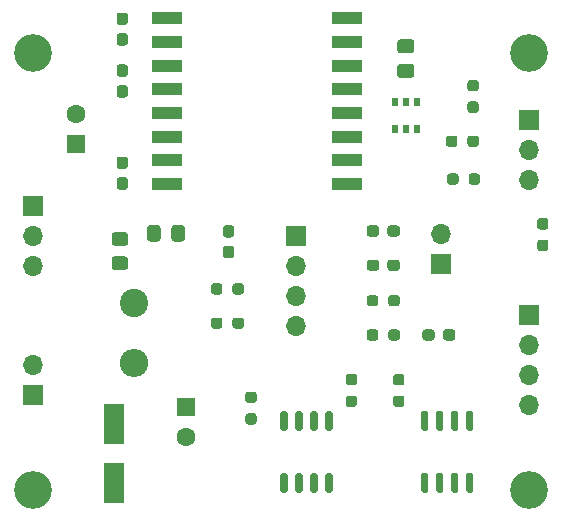
<source format=gbr>
G04 #@! TF.GenerationSoftware,KiCad,Pcbnew,(5.1.12)-1*
G04 #@! TF.CreationDate,2022-11-12T20:16:50+02:00*
G04 #@! TF.ProjectId,MagicLightsPCBNeo,4d616769-634c-4696-9768-74735043424e,rev?*
G04 #@! TF.SameCoordinates,Original*
G04 #@! TF.FileFunction,Soldermask,Top*
G04 #@! TF.FilePolarity,Negative*
%FSLAX46Y46*%
G04 Gerber Fmt 4.6, Leading zero omitted, Abs format (unit mm)*
G04 Created by KiCad (PCBNEW (5.1.12)-1) date 2022-11-12 20:16:50*
%MOMM*%
%LPD*%
G01*
G04 APERTURE LIST*
%ADD10R,1.700000X1.700000*%
%ADD11O,1.700000X1.700000*%
%ADD12R,2.500000X1.000000*%
%ADD13C,3.200000*%
%ADD14O,2.400000X2.400000*%
%ADD15C,2.400000*%
%ADD16R,1.600000X1.600000*%
%ADD17C,1.600000*%
%ADD18R,1.800000X3.500000*%
%ADD19R,0.510000X0.700000*%
G04 APERTURE END LIST*
G36*
G01*
X44900000Y-65662500D02*
X44900000Y-66137500D01*
G75*
G02*
X44662500Y-66375000I-237500J0D01*
G01*
X44162500Y-66375000D01*
G75*
G02*
X43925000Y-66137500I0J237500D01*
G01*
X43925000Y-65662500D01*
G75*
G02*
X44162500Y-65425000I237500J0D01*
G01*
X44662500Y-65425000D01*
G75*
G02*
X44900000Y-65662500I0J-237500D01*
G01*
G37*
G36*
G01*
X43075000Y-65662500D02*
X43075000Y-66137500D01*
G75*
G02*
X42837500Y-66375000I-237500J0D01*
G01*
X42337500Y-66375000D01*
G75*
G02*
X42100000Y-66137500I0J237500D01*
G01*
X42100000Y-65662500D01*
G75*
G02*
X42337500Y-65425000I237500J0D01*
G01*
X42837500Y-65425000D01*
G75*
G02*
X43075000Y-65662500I0J-237500D01*
G01*
G37*
G36*
G01*
X37850000Y-57849999D02*
X37850000Y-58750001D01*
G75*
G02*
X37600001Y-59000000I-249999J0D01*
G01*
X36949999Y-59000000D01*
G75*
G02*
X36700000Y-58750001I0J249999D01*
G01*
X36700000Y-57849999D01*
G75*
G02*
X36949999Y-57600000I249999J0D01*
G01*
X37600001Y-57600000D01*
G75*
G02*
X37850000Y-57849999I0J-249999D01*
G01*
G37*
G36*
G01*
X39900000Y-57849999D02*
X39900000Y-58750001D01*
G75*
G02*
X39650001Y-59000000I-249999J0D01*
G01*
X38999999Y-59000000D01*
G75*
G02*
X38750000Y-58750001I0J249999D01*
G01*
X38750000Y-57849999D01*
G75*
G02*
X38999999Y-57600000I249999J0D01*
G01*
X39650001Y-57600000D01*
G75*
G02*
X39900000Y-57849999I0J-249999D01*
G01*
G37*
G36*
G01*
X34837500Y-42400000D02*
X34362500Y-42400000D01*
G75*
G02*
X34125000Y-42162500I0J237500D01*
G01*
X34125000Y-41587500D01*
G75*
G02*
X34362500Y-41350000I237500J0D01*
G01*
X34837500Y-41350000D01*
G75*
G02*
X35075000Y-41587500I0J-237500D01*
G01*
X35075000Y-42162500D01*
G75*
G02*
X34837500Y-42400000I-237500J0D01*
G01*
G37*
G36*
G01*
X34837500Y-40650000D02*
X34362500Y-40650000D01*
G75*
G02*
X34125000Y-40412500I0J237500D01*
G01*
X34125000Y-39837500D01*
G75*
G02*
X34362500Y-39600000I237500J0D01*
G01*
X34837500Y-39600000D01*
G75*
G02*
X35075000Y-39837500I0J-237500D01*
G01*
X35075000Y-40412500D01*
G75*
G02*
X34837500Y-40650000I-237500J0D01*
G01*
G37*
D10*
X49300000Y-58500000D03*
D11*
X49300000Y-61040000D03*
X49300000Y-63580000D03*
X49300000Y-66120000D03*
G36*
G01*
X62800000Y-66662500D02*
X62800000Y-67137500D01*
G75*
G02*
X62562500Y-67375000I-237500J0D01*
G01*
X61987500Y-67375000D01*
G75*
G02*
X61750000Y-67137500I0J237500D01*
G01*
X61750000Y-66662500D01*
G75*
G02*
X61987500Y-66425000I237500J0D01*
G01*
X62562500Y-66425000D01*
G75*
G02*
X62800000Y-66662500I0J-237500D01*
G01*
G37*
G36*
G01*
X61050000Y-66662500D02*
X61050000Y-67137500D01*
G75*
G02*
X60812500Y-67375000I-237500J0D01*
G01*
X60237500Y-67375000D01*
G75*
G02*
X60000000Y-67137500I0J237500D01*
G01*
X60000000Y-66662500D01*
G75*
G02*
X60237500Y-66425000I237500J0D01*
G01*
X60812500Y-66425000D01*
G75*
G02*
X61050000Y-66662500I0J-237500D01*
G01*
G37*
G36*
G01*
X34850001Y-61400000D02*
X33949999Y-61400000D01*
G75*
G02*
X33700000Y-61150001I0J249999D01*
G01*
X33700000Y-60499999D01*
G75*
G02*
X33949999Y-60250000I249999J0D01*
G01*
X34850001Y-60250000D01*
G75*
G02*
X35100000Y-60499999I0J-249999D01*
G01*
X35100000Y-61150001D01*
G75*
G02*
X34850001Y-61400000I-249999J0D01*
G01*
G37*
G36*
G01*
X34850001Y-59350000D02*
X33949999Y-59350000D01*
G75*
G02*
X33700000Y-59100001I0J249999D01*
G01*
X33700000Y-58449999D01*
G75*
G02*
X33949999Y-58200000I249999J0D01*
G01*
X34850001Y-58200000D01*
G75*
G02*
X35100000Y-58449999I0J-249999D01*
G01*
X35100000Y-59100001D01*
G75*
G02*
X34850001Y-59350000I-249999J0D01*
G01*
G37*
D10*
X69000000Y-48700000D03*
D11*
X69000000Y-51240000D03*
X69000000Y-53780000D03*
D12*
X53600000Y-40100000D03*
X53600000Y-42100000D03*
X53600000Y-44100000D03*
X53600000Y-46100000D03*
X53600000Y-48100000D03*
X53600000Y-50100000D03*
X53600000Y-52100000D03*
X53600000Y-54100000D03*
X38400000Y-54100000D03*
X38400000Y-52100000D03*
X38400000Y-50100000D03*
X38400000Y-48100000D03*
X38400000Y-46100000D03*
X38400000Y-44100000D03*
X38400000Y-42100000D03*
X38400000Y-40100000D03*
D13*
X69000000Y-43000000D03*
D14*
X35600000Y-69280000D03*
D15*
X35600000Y-64200000D03*
G36*
G01*
X55300000Y-58337500D02*
X55300000Y-57862500D01*
G75*
G02*
X55537500Y-57625000I237500J0D01*
G01*
X56112500Y-57625000D01*
G75*
G02*
X56350000Y-57862500I0J-237500D01*
G01*
X56350000Y-58337500D01*
G75*
G02*
X56112500Y-58575000I-237500J0D01*
G01*
X55537500Y-58575000D01*
G75*
G02*
X55300000Y-58337500I0J237500D01*
G01*
G37*
G36*
G01*
X57050000Y-58337500D02*
X57050000Y-57862500D01*
G75*
G02*
X57287500Y-57625000I237500J0D01*
G01*
X57862500Y-57625000D01*
G75*
G02*
X58100000Y-57862500I0J-237500D01*
G01*
X58100000Y-58337500D01*
G75*
G02*
X57862500Y-58575000I-237500J0D01*
G01*
X57287500Y-58575000D01*
G75*
G02*
X57050000Y-58337500I0J237500D01*
G01*
G37*
G36*
G01*
X57050000Y-61237500D02*
X57050000Y-60762500D01*
G75*
G02*
X57287500Y-60525000I237500J0D01*
G01*
X57862500Y-60525000D01*
G75*
G02*
X58100000Y-60762500I0J-237500D01*
G01*
X58100000Y-61237500D01*
G75*
G02*
X57862500Y-61475000I-237500J0D01*
G01*
X57287500Y-61475000D01*
G75*
G02*
X57050000Y-61237500I0J237500D01*
G01*
G37*
G36*
G01*
X55300000Y-61237500D02*
X55300000Y-60762500D01*
G75*
G02*
X55537500Y-60525000I237500J0D01*
G01*
X56112500Y-60525000D01*
G75*
G02*
X56350000Y-60762500I0J-237500D01*
G01*
X56350000Y-61237500D01*
G75*
G02*
X56112500Y-61475000I-237500J0D01*
G01*
X55537500Y-61475000D01*
G75*
G02*
X55300000Y-61237500I0J237500D01*
G01*
G37*
D13*
X27000000Y-80000000D03*
X69000000Y-80000000D03*
X27000000Y-43000000D03*
D16*
X30700000Y-50700000D03*
D17*
X30700000Y-48200000D03*
X40000000Y-75500000D03*
D16*
X40000000Y-73000000D03*
D11*
X27000000Y-61080000D03*
X27000000Y-58540000D03*
D10*
X27000000Y-56000000D03*
X27000000Y-72000000D03*
D11*
X27000000Y-69460000D03*
G36*
G01*
X34362500Y-45750000D02*
X34837500Y-45750000D01*
G75*
G02*
X35075000Y-45987500I0J-237500D01*
G01*
X35075000Y-46562500D01*
G75*
G02*
X34837500Y-46800000I-237500J0D01*
G01*
X34362500Y-46800000D01*
G75*
G02*
X34125000Y-46562500I0J237500D01*
G01*
X34125000Y-45987500D01*
G75*
G02*
X34362500Y-45750000I237500J0D01*
G01*
G37*
G36*
G01*
X34362500Y-44000000D02*
X34837500Y-44000000D01*
G75*
G02*
X35075000Y-44237500I0J-237500D01*
G01*
X35075000Y-44812500D01*
G75*
G02*
X34837500Y-45050000I-237500J0D01*
G01*
X34362500Y-45050000D01*
G75*
G02*
X34125000Y-44812500I0J237500D01*
G01*
X34125000Y-44237500D01*
G75*
G02*
X34362500Y-44000000I237500J0D01*
G01*
G37*
G36*
G01*
X34837500Y-52850000D02*
X34362500Y-52850000D01*
G75*
G02*
X34125000Y-52612500I0J237500D01*
G01*
X34125000Y-52037500D01*
G75*
G02*
X34362500Y-51800000I237500J0D01*
G01*
X34837500Y-51800000D01*
G75*
G02*
X35075000Y-52037500I0J-237500D01*
G01*
X35075000Y-52612500D01*
G75*
G02*
X34837500Y-52850000I-237500J0D01*
G01*
G37*
G36*
G01*
X34837500Y-54600000D02*
X34362500Y-54600000D01*
G75*
G02*
X34125000Y-54362500I0J237500D01*
G01*
X34125000Y-53787500D01*
G75*
G02*
X34362500Y-53550000I237500J0D01*
G01*
X34837500Y-53550000D01*
G75*
G02*
X35075000Y-53787500I0J-237500D01*
G01*
X35075000Y-54362500D01*
G75*
G02*
X34837500Y-54600000I-237500J0D01*
G01*
G37*
D18*
X33900000Y-79400000D03*
X33900000Y-74400000D03*
G36*
G01*
X59075000Y-45125000D02*
X58125000Y-45125000D01*
G75*
G02*
X57875000Y-44875000I0J250000D01*
G01*
X57875000Y-44200000D01*
G75*
G02*
X58125000Y-43950000I250000J0D01*
G01*
X59075000Y-43950000D01*
G75*
G02*
X59325000Y-44200000I0J-250000D01*
G01*
X59325000Y-44875000D01*
G75*
G02*
X59075000Y-45125000I-250000J0D01*
G01*
G37*
G36*
G01*
X59075000Y-43050000D02*
X58125000Y-43050000D01*
G75*
G02*
X57875000Y-42800000I0J250000D01*
G01*
X57875000Y-42125000D01*
G75*
G02*
X58125000Y-41875000I250000J0D01*
G01*
X59075000Y-41875000D01*
G75*
G02*
X59325000Y-42125000I0J-250000D01*
G01*
X59325000Y-42800000D01*
G75*
G02*
X59075000Y-43050000I-250000J0D01*
G01*
G37*
G36*
G01*
X43362500Y-57600000D02*
X43837500Y-57600000D01*
G75*
G02*
X44075000Y-57837500I0J-237500D01*
G01*
X44075000Y-58412500D01*
G75*
G02*
X43837500Y-58650000I-237500J0D01*
G01*
X43362500Y-58650000D01*
G75*
G02*
X43125000Y-58412500I0J237500D01*
G01*
X43125000Y-57837500D01*
G75*
G02*
X43362500Y-57600000I237500J0D01*
G01*
G37*
G36*
G01*
X43362500Y-59350000D02*
X43837500Y-59350000D01*
G75*
G02*
X44075000Y-59587500I0J-237500D01*
G01*
X44075000Y-60162500D01*
G75*
G02*
X43837500Y-60400000I-237500J0D01*
G01*
X43362500Y-60400000D01*
G75*
G02*
X43125000Y-60162500I0J237500D01*
G01*
X43125000Y-59587500D01*
G75*
G02*
X43362500Y-59350000I237500J0D01*
G01*
G37*
D10*
X61600000Y-60900000D03*
D11*
X61600000Y-58360000D03*
G36*
G01*
X44900000Y-62762500D02*
X44900000Y-63237500D01*
G75*
G02*
X44662500Y-63475000I-237500J0D01*
G01*
X44162500Y-63475000D01*
G75*
G02*
X43925000Y-63237500I0J237500D01*
G01*
X43925000Y-62762500D01*
G75*
G02*
X44162500Y-62525000I237500J0D01*
G01*
X44662500Y-62525000D01*
G75*
G02*
X44900000Y-62762500I0J-237500D01*
G01*
G37*
G36*
G01*
X43075000Y-62762500D02*
X43075000Y-63237500D01*
G75*
G02*
X42837500Y-63475000I-237500J0D01*
G01*
X42337500Y-63475000D01*
G75*
G02*
X42100000Y-63237500I0J237500D01*
G01*
X42100000Y-62762500D01*
G75*
G02*
X42337500Y-62525000I237500J0D01*
G01*
X42837500Y-62525000D01*
G75*
G02*
X43075000Y-62762500I0J-237500D01*
G01*
G37*
G36*
G01*
X62100000Y-53937500D02*
X62100000Y-53462500D01*
G75*
G02*
X62337500Y-53225000I237500J0D01*
G01*
X62837500Y-53225000D01*
G75*
G02*
X63075000Y-53462500I0J-237500D01*
G01*
X63075000Y-53937500D01*
G75*
G02*
X62837500Y-54175000I-237500J0D01*
G01*
X62337500Y-54175000D01*
G75*
G02*
X62100000Y-53937500I0J237500D01*
G01*
G37*
G36*
G01*
X63925000Y-53937500D02*
X63925000Y-53462500D01*
G75*
G02*
X64162500Y-53225000I237500J0D01*
G01*
X64662500Y-53225000D01*
G75*
G02*
X64900000Y-53462500I0J-237500D01*
G01*
X64900000Y-53937500D01*
G75*
G02*
X64662500Y-54175000I-237500J0D01*
G01*
X64162500Y-54175000D01*
G75*
G02*
X63925000Y-53937500I0J237500D01*
G01*
G37*
G36*
G01*
X63825000Y-50737500D02*
X63825000Y-50262500D01*
G75*
G02*
X64062500Y-50025000I237500J0D01*
G01*
X64562500Y-50025000D01*
G75*
G02*
X64800000Y-50262500I0J-237500D01*
G01*
X64800000Y-50737500D01*
G75*
G02*
X64562500Y-50975000I-237500J0D01*
G01*
X64062500Y-50975000D01*
G75*
G02*
X63825000Y-50737500I0J237500D01*
G01*
G37*
G36*
G01*
X62000000Y-50737500D02*
X62000000Y-50262500D01*
G75*
G02*
X62237500Y-50025000I237500J0D01*
G01*
X62737500Y-50025000D01*
G75*
G02*
X62975000Y-50262500I0J-237500D01*
G01*
X62975000Y-50737500D01*
G75*
G02*
X62737500Y-50975000I-237500J0D01*
G01*
X62237500Y-50975000D01*
G75*
G02*
X62000000Y-50737500I0J237500D01*
G01*
G37*
G36*
G01*
X70437500Y-59800000D02*
X69962500Y-59800000D01*
G75*
G02*
X69725000Y-59562500I0J237500D01*
G01*
X69725000Y-59062500D01*
G75*
G02*
X69962500Y-58825000I237500J0D01*
G01*
X70437500Y-58825000D01*
G75*
G02*
X70675000Y-59062500I0J-237500D01*
G01*
X70675000Y-59562500D01*
G75*
G02*
X70437500Y-59800000I-237500J0D01*
G01*
G37*
G36*
G01*
X70437500Y-57975000D02*
X69962500Y-57975000D01*
G75*
G02*
X69725000Y-57737500I0J237500D01*
G01*
X69725000Y-57237500D01*
G75*
G02*
X69962500Y-57000000I237500J0D01*
G01*
X70437500Y-57000000D01*
G75*
G02*
X70675000Y-57237500I0J-237500D01*
G01*
X70675000Y-57737500D01*
G75*
G02*
X70437500Y-57975000I-237500J0D01*
G01*
G37*
G36*
G01*
X64062500Y-47125000D02*
X64537500Y-47125000D01*
G75*
G02*
X64775000Y-47362500I0J-237500D01*
G01*
X64775000Y-47862500D01*
G75*
G02*
X64537500Y-48100000I-237500J0D01*
G01*
X64062500Y-48100000D01*
G75*
G02*
X63825000Y-47862500I0J237500D01*
G01*
X63825000Y-47362500D01*
G75*
G02*
X64062500Y-47125000I237500J0D01*
G01*
G37*
G36*
G01*
X64062500Y-45300000D02*
X64537500Y-45300000D01*
G75*
G02*
X64775000Y-45537500I0J-237500D01*
G01*
X64775000Y-46037500D01*
G75*
G02*
X64537500Y-46275000I-237500J0D01*
G01*
X64062500Y-46275000D01*
G75*
G02*
X63825000Y-46037500I0J237500D01*
G01*
X63825000Y-45537500D01*
G75*
G02*
X64062500Y-45300000I237500J0D01*
G01*
G37*
D19*
X57650000Y-49460000D03*
X58600000Y-49460000D03*
X59550000Y-49460000D03*
X59550000Y-47140000D03*
X58600000Y-47140000D03*
X57650000Y-47140000D03*
G36*
G01*
X57125000Y-64237500D02*
X57125000Y-63762500D01*
G75*
G02*
X57362500Y-63525000I237500J0D01*
G01*
X57862500Y-63525000D01*
G75*
G02*
X58100000Y-63762500I0J-237500D01*
G01*
X58100000Y-64237500D01*
G75*
G02*
X57862500Y-64475000I-237500J0D01*
G01*
X57362500Y-64475000D01*
G75*
G02*
X57125000Y-64237500I0J237500D01*
G01*
G37*
G36*
G01*
X55300000Y-64237500D02*
X55300000Y-63762500D01*
G75*
G02*
X55537500Y-63525000I237500J0D01*
G01*
X56037500Y-63525000D01*
G75*
G02*
X56275000Y-63762500I0J-237500D01*
G01*
X56275000Y-64237500D01*
G75*
G02*
X56037500Y-64475000I-237500J0D01*
G01*
X55537500Y-64475000D01*
G75*
G02*
X55300000Y-64237500I0J237500D01*
G01*
G37*
G36*
G01*
X55300000Y-67137500D02*
X55300000Y-66662500D01*
G75*
G02*
X55537500Y-66425000I237500J0D01*
G01*
X56037500Y-66425000D01*
G75*
G02*
X56275000Y-66662500I0J-237500D01*
G01*
X56275000Y-67137500D01*
G75*
G02*
X56037500Y-67375000I-237500J0D01*
G01*
X55537500Y-67375000D01*
G75*
G02*
X55300000Y-67137500I0J237500D01*
G01*
G37*
G36*
G01*
X57125000Y-67137500D02*
X57125000Y-66662500D01*
G75*
G02*
X57362500Y-66425000I237500J0D01*
G01*
X57862500Y-66425000D01*
G75*
G02*
X58100000Y-66662500I0J-237500D01*
G01*
X58100000Y-67137500D01*
G75*
G02*
X57862500Y-67375000I-237500J0D01*
G01*
X57362500Y-67375000D01*
G75*
G02*
X57125000Y-67137500I0J237500D01*
G01*
G37*
D10*
X69000000Y-65200000D03*
D11*
X69000000Y-67740000D03*
X69000000Y-70280000D03*
X69000000Y-72820000D03*
G36*
G01*
X48445000Y-75000000D02*
X48145000Y-75000000D01*
G75*
G02*
X47995000Y-74850000I0J150000D01*
G01*
X47995000Y-73500000D01*
G75*
G02*
X48145000Y-73350000I150000J0D01*
G01*
X48445000Y-73350000D01*
G75*
G02*
X48595000Y-73500000I0J-150000D01*
G01*
X48595000Y-74850000D01*
G75*
G02*
X48445000Y-75000000I-150000J0D01*
G01*
G37*
G36*
G01*
X49715000Y-75000000D02*
X49415000Y-75000000D01*
G75*
G02*
X49265000Y-74850000I0J150000D01*
G01*
X49265000Y-73500000D01*
G75*
G02*
X49415000Y-73350000I150000J0D01*
G01*
X49715000Y-73350000D01*
G75*
G02*
X49865000Y-73500000I0J-150000D01*
G01*
X49865000Y-74850000D01*
G75*
G02*
X49715000Y-75000000I-150000J0D01*
G01*
G37*
G36*
G01*
X50985000Y-75000000D02*
X50685000Y-75000000D01*
G75*
G02*
X50535000Y-74850000I0J150000D01*
G01*
X50535000Y-73500000D01*
G75*
G02*
X50685000Y-73350000I150000J0D01*
G01*
X50985000Y-73350000D01*
G75*
G02*
X51135000Y-73500000I0J-150000D01*
G01*
X51135000Y-74850000D01*
G75*
G02*
X50985000Y-75000000I-150000J0D01*
G01*
G37*
G36*
G01*
X52255000Y-75000000D02*
X51955000Y-75000000D01*
G75*
G02*
X51805000Y-74850000I0J150000D01*
G01*
X51805000Y-73500000D01*
G75*
G02*
X51955000Y-73350000I150000J0D01*
G01*
X52255000Y-73350000D01*
G75*
G02*
X52405000Y-73500000I0J-150000D01*
G01*
X52405000Y-74850000D01*
G75*
G02*
X52255000Y-75000000I-150000J0D01*
G01*
G37*
G36*
G01*
X52255000Y-80250000D02*
X51955000Y-80250000D01*
G75*
G02*
X51805000Y-80100000I0J150000D01*
G01*
X51805000Y-78750000D01*
G75*
G02*
X51955000Y-78600000I150000J0D01*
G01*
X52255000Y-78600000D01*
G75*
G02*
X52405000Y-78750000I0J-150000D01*
G01*
X52405000Y-80100000D01*
G75*
G02*
X52255000Y-80250000I-150000J0D01*
G01*
G37*
G36*
G01*
X50985000Y-80250000D02*
X50685000Y-80250000D01*
G75*
G02*
X50535000Y-80100000I0J150000D01*
G01*
X50535000Y-78750000D01*
G75*
G02*
X50685000Y-78600000I150000J0D01*
G01*
X50985000Y-78600000D01*
G75*
G02*
X51135000Y-78750000I0J-150000D01*
G01*
X51135000Y-80100000D01*
G75*
G02*
X50985000Y-80250000I-150000J0D01*
G01*
G37*
G36*
G01*
X49715000Y-80250000D02*
X49415000Y-80250000D01*
G75*
G02*
X49265000Y-80100000I0J150000D01*
G01*
X49265000Y-78750000D01*
G75*
G02*
X49415000Y-78600000I150000J0D01*
G01*
X49715000Y-78600000D01*
G75*
G02*
X49865000Y-78750000I0J-150000D01*
G01*
X49865000Y-80100000D01*
G75*
G02*
X49715000Y-80250000I-150000J0D01*
G01*
G37*
G36*
G01*
X48445000Y-80250000D02*
X48145000Y-80250000D01*
G75*
G02*
X47995000Y-80100000I0J150000D01*
G01*
X47995000Y-78750000D01*
G75*
G02*
X48145000Y-78600000I150000J0D01*
G01*
X48445000Y-78600000D01*
G75*
G02*
X48595000Y-78750000I0J-150000D01*
G01*
X48595000Y-80100000D01*
G75*
G02*
X48445000Y-80250000I-150000J0D01*
G01*
G37*
G36*
G01*
X60345000Y-80250000D02*
X60045000Y-80250000D01*
G75*
G02*
X59895000Y-80100000I0J150000D01*
G01*
X59895000Y-78750000D01*
G75*
G02*
X60045000Y-78600000I150000J0D01*
G01*
X60345000Y-78600000D01*
G75*
G02*
X60495000Y-78750000I0J-150000D01*
G01*
X60495000Y-80100000D01*
G75*
G02*
X60345000Y-80250000I-150000J0D01*
G01*
G37*
G36*
G01*
X61615000Y-80250000D02*
X61315000Y-80250000D01*
G75*
G02*
X61165000Y-80100000I0J150000D01*
G01*
X61165000Y-78750000D01*
G75*
G02*
X61315000Y-78600000I150000J0D01*
G01*
X61615000Y-78600000D01*
G75*
G02*
X61765000Y-78750000I0J-150000D01*
G01*
X61765000Y-80100000D01*
G75*
G02*
X61615000Y-80250000I-150000J0D01*
G01*
G37*
G36*
G01*
X62885000Y-80250000D02*
X62585000Y-80250000D01*
G75*
G02*
X62435000Y-80100000I0J150000D01*
G01*
X62435000Y-78750000D01*
G75*
G02*
X62585000Y-78600000I150000J0D01*
G01*
X62885000Y-78600000D01*
G75*
G02*
X63035000Y-78750000I0J-150000D01*
G01*
X63035000Y-80100000D01*
G75*
G02*
X62885000Y-80250000I-150000J0D01*
G01*
G37*
G36*
G01*
X64155000Y-80250000D02*
X63855000Y-80250000D01*
G75*
G02*
X63705000Y-80100000I0J150000D01*
G01*
X63705000Y-78750000D01*
G75*
G02*
X63855000Y-78600000I150000J0D01*
G01*
X64155000Y-78600000D01*
G75*
G02*
X64305000Y-78750000I0J-150000D01*
G01*
X64305000Y-80100000D01*
G75*
G02*
X64155000Y-80250000I-150000J0D01*
G01*
G37*
G36*
G01*
X64155000Y-75000000D02*
X63855000Y-75000000D01*
G75*
G02*
X63705000Y-74850000I0J150000D01*
G01*
X63705000Y-73500000D01*
G75*
G02*
X63855000Y-73350000I150000J0D01*
G01*
X64155000Y-73350000D01*
G75*
G02*
X64305000Y-73500000I0J-150000D01*
G01*
X64305000Y-74850000D01*
G75*
G02*
X64155000Y-75000000I-150000J0D01*
G01*
G37*
G36*
G01*
X62885000Y-75000000D02*
X62585000Y-75000000D01*
G75*
G02*
X62435000Y-74850000I0J150000D01*
G01*
X62435000Y-73500000D01*
G75*
G02*
X62585000Y-73350000I150000J0D01*
G01*
X62885000Y-73350000D01*
G75*
G02*
X63035000Y-73500000I0J-150000D01*
G01*
X63035000Y-74850000D01*
G75*
G02*
X62885000Y-75000000I-150000J0D01*
G01*
G37*
G36*
G01*
X61615000Y-75000000D02*
X61315000Y-75000000D01*
G75*
G02*
X61165000Y-74850000I0J150000D01*
G01*
X61165000Y-73500000D01*
G75*
G02*
X61315000Y-73350000I150000J0D01*
G01*
X61615000Y-73350000D01*
G75*
G02*
X61765000Y-73500000I0J-150000D01*
G01*
X61765000Y-74850000D01*
G75*
G02*
X61615000Y-75000000I-150000J0D01*
G01*
G37*
G36*
G01*
X60345000Y-75000000D02*
X60045000Y-75000000D01*
G75*
G02*
X59895000Y-74850000I0J150000D01*
G01*
X59895000Y-73500000D01*
G75*
G02*
X60045000Y-73350000I150000J0D01*
G01*
X60345000Y-73350000D01*
G75*
G02*
X60495000Y-73500000I0J-150000D01*
G01*
X60495000Y-74850000D01*
G75*
G02*
X60345000Y-75000000I-150000J0D01*
G01*
G37*
G36*
G01*
X57762500Y-70200000D02*
X58237500Y-70200000D01*
G75*
G02*
X58475000Y-70437500I0J-237500D01*
G01*
X58475000Y-70937500D01*
G75*
G02*
X58237500Y-71175000I-237500J0D01*
G01*
X57762500Y-71175000D01*
G75*
G02*
X57525000Y-70937500I0J237500D01*
G01*
X57525000Y-70437500D01*
G75*
G02*
X57762500Y-70200000I237500J0D01*
G01*
G37*
G36*
G01*
X57762500Y-72025000D02*
X58237500Y-72025000D01*
G75*
G02*
X58475000Y-72262500I0J-237500D01*
G01*
X58475000Y-72762500D01*
G75*
G02*
X58237500Y-73000000I-237500J0D01*
G01*
X57762500Y-73000000D01*
G75*
G02*
X57525000Y-72762500I0J237500D01*
G01*
X57525000Y-72262500D01*
G75*
G02*
X57762500Y-72025000I237500J0D01*
G01*
G37*
G36*
G01*
X45262500Y-73525000D02*
X45737500Y-73525000D01*
G75*
G02*
X45975000Y-73762500I0J-237500D01*
G01*
X45975000Y-74262500D01*
G75*
G02*
X45737500Y-74500000I-237500J0D01*
G01*
X45262500Y-74500000D01*
G75*
G02*
X45025000Y-74262500I0J237500D01*
G01*
X45025000Y-73762500D01*
G75*
G02*
X45262500Y-73525000I237500J0D01*
G01*
G37*
G36*
G01*
X45262500Y-71700000D02*
X45737500Y-71700000D01*
G75*
G02*
X45975000Y-71937500I0J-237500D01*
G01*
X45975000Y-72437500D01*
G75*
G02*
X45737500Y-72675000I-237500J0D01*
G01*
X45262500Y-72675000D01*
G75*
G02*
X45025000Y-72437500I0J237500D01*
G01*
X45025000Y-71937500D01*
G75*
G02*
X45262500Y-71700000I237500J0D01*
G01*
G37*
G36*
G01*
X53762500Y-70200000D02*
X54237500Y-70200000D01*
G75*
G02*
X54475000Y-70437500I0J-237500D01*
G01*
X54475000Y-70937500D01*
G75*
G02*
X54237500Y-71175000I-237500J0D01*
G01*
X53762500Y-71175000D01*
G75*
G02*
X53525000Y-70937500I0J237500D01*
G01*
X53525000Y-70437500D01*
G75*
G02*
X53762500Y-70200000I237500J0D01*
G01*
G37*
G36*
G01*
X53762500Y-72025000D02*
X54237500Y-72025000D01*
G75*
G02*
X54475000Y-72262500I0J-237500D01*
G01*
X54475000Y-72762500D01*
G75*
G02*
X54237500Y-73000000I-237500J0D01*
G01*
X53762500Y-73000000D01*
G75*
G02*
X53525000Y-72762500I0J237500D01*
G01*
X53525000Y-72262500D01*
G75*
G02*
X53762500Y-72025000I237500J0D01*
G01*
G37*
M02*

</source>
